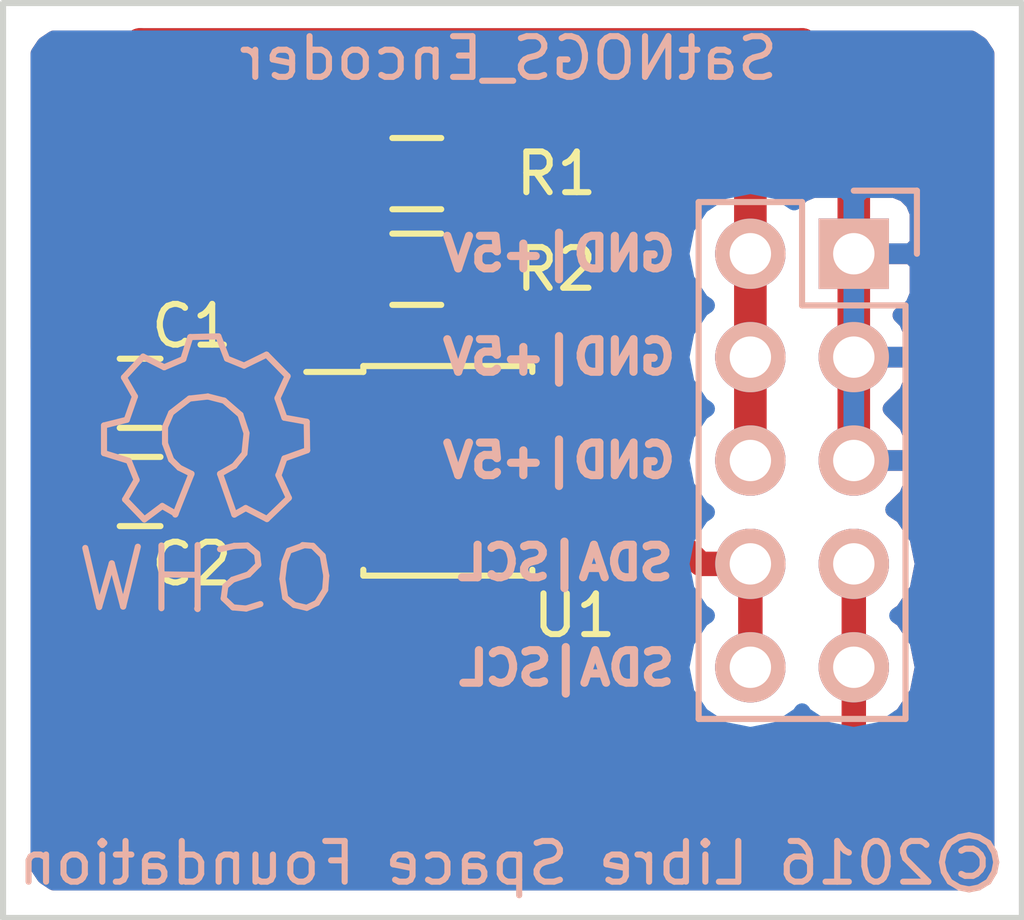
<source format=kicad_pcb>
(kicad_pcb (version 4) (host pcbnew 4.0.1-stable)

  (general
    (links 18)
    (no_connects 0)
    (area 132.830499 68.568499 157.999501 91.197501)
    (thickness 1.6)
    (drawings 9)
    (tracks 52)
    (zones 0)
    (modules 7)
    (nets 9)
  )

  (page A4)
  (layers
    (0 F.Cu signal)
    (31 B.Cu signal)
    (32 B.Adhes user)
    (33 F.Adhes user)
    (34 B.Paste user)
    (35 F.Paste user)
    (36 B.SilkS user)
    (37 F.SilkS user)
    (38 B.Mask user)
    (39 F.Mask user)
    (40 Dwgs.User user)
    (41 Cmts.User user)
    (42 Eco1.User user)
    (43 Eco2.User user)
    (44 Edge.Cuts user)
    (45 Margin user)
    (46 B.CrtYd user)
    (47 F.CrtYd user)
    (48 B.Fab user)
    (49 F.Fab user)
  )

  (setup
    (last_trace_width 0.25)
    (user_trace_width 0.3)
    (user_trace_width 0.6)
    (user_trace_width 0.8)
    (trace_clearance 0.2)
    (zone_clearance 0.6)
    (zone_45_only no)
    (trace_min 0.2)
    (segment_width 0.2)
    (edge_width 0.15)
    (via_size 0.6)
    (via_drill 0.4)
    (via_min_size 0.4)
    (via_min_drill 0.3)
    (uvia_size 0.3)
    (uvia_drill 0.1)
    (uvias_allowed no)
    (uvia_min_size 0.2)
    (uvia_min_drill 0.1)
    (pcb_text_width 0.3)
    (pcb_text_size 1.5 1.5)
    (mod_edge_width 0.15)
    (mod_text_size 1 1)
    (mod_text_width 0.15)
    (pad_size 1.524 1.524)
    (pad_drill 0.762)
    (pad_to_mask_clearance 0.2)
    (aux_axis_origin 0 0)
    (visible_elements FFFFFF7F)
    (pcbplotparams
      (layerselection 0x01030_80000001)
      (usegerberextensions false)
      (excludeedgelayer true)
      (linewidth 0.100000)
      (plotframeref false)
      (viasonmask false)
      (mode 1)
      (useauxorigin false)
      (hpglpennumber 1)
      (hpglpenspeed 20)
      (hpglpendiameter 15)
      (hpglpenoverlay 2)
      (psnegative false)
      (psa4output false)
      (plotreference true)
      (plotvalue true)
      (plotinvisibletext false)
      (padsonsilk false)
      (subtractmaskfromsilk false)
      (outputformat 1)
      (mirror false)
      (drillshape 0)
      (scaleselection 1)
      (outputdirectory gerber/))
  )

  (net 0 "")
  (net 1 GND)
  (net 2 "Net-(C2-Pad1)")
  (net 3 /SDA)
  (net 4 /SCL)
  (net 5 "Net-(U1-Pad3)")
  (net 6 "Net-(U1-Pad5)")
  (net 7 "Net-(U1-Pad8)")
  (net 8 +5V)

  (net_class Default "This is the default net class."
    (clearance 0.2)
    (trace_width 0.25)
    (via_dia 0.6)
    (via_drill 0.4)
    (uvia_dia 0.3)
    (uvia_drill 0.1)
    (add_net +5V)
    (add_net /SCL)
    (add_net /SDA)
    (add_net GND)
    (add_net "Net-(C2-Pad1)")
    (add_net "Net-(U1-Pad3)")
    (add_net "Net-(U1-Pad5)")
    (add_net "Net-(U1-Pad8)")
  )

  (module Capacitors_SMD:C_0805_HandSoldering (layer F.Cu) (tedit 56B9B650) (tstamp 56B9B22A)
    (at 136.271 78.232 180)
    (descr "Capacitor SMD 0805, hand soldering")
    (tags "capacitor 0805")
    (path /56B9AC87)
    (attr smd)
    (fp_text reference C1 (at -1.27 1.651 180) (layer F.SilkS)
      (effects (font (size 1 1) (thickness 0.15)))
    )
    (fp_text value 100n (at 0 2.1 180) (layer F.Fab) hide
      (effects (font (size 1 1) (thickness 0.15)))
    )
    (fp_line (start -2.3 -1) (end 2.3 -1) (layer F.CrtYd) (width 0.05))
    (fp_line (start -2.3 1) (end 2.3 1) (layer F.CrtYd) (width 0.05))
    (fp_line (start -2.3 -1) (end -2.3 1) (layer F.CrtYd) (width 0.05))
    (fp_line (start 2.3 -1) (end 2.3 1) (layer F.CrtYd) (width 0.05))
    (fp_line (start 0.5 -0.85) (end -0.5 -0.85) (layer F.SilkS) (width 0.15))
    (fp_line (start -0.5 0.85) (end 0.5 0.85) (layer F.SilkS) (width 0.15))
    (pad 1 smd rect (at -1.25 0 180) (size 1.5 1.25) (layers F.Cu F.Paste F.Mask)
      (net 8 +5V))
    (pad 2 smd rect (at 1.25 0 180) (size 1.5 1.25) (layers F.Cu F.Paste F.Mask)
      (net 1 GND))
    (model Capacitors_SMD.3dshapes/C_0805_HandSoldering.wrl
      (at (xyz 0 0 0))
      (scale (xyz 1 1 1))
      (rotate (xyz 0 0 0))
    )
  )

  (module Capacitors_SMD:C_0805_HandSoldering (layer F.Cu) (tedit 56B9B653) (tstamp 56B9B230)
    (at 136.271 80.645 180)
    (descr "Capacitor SMD 0805, hand soldering")
    (tags "capacitor 0805")
    (path /56B9ACF0)
    (attr smd)
    (fp_text reference C2 (at -1.27 -1.778 180) (layer F.SilkS)
      (effects (font (size 1 1) (thickness 0.15)))
    )
    (fp_text value 1u (at 0 2.1 180) (layer F.Fab) hide
      (effects (font (size 1 1) (thickness 0.15)))
    )
    (fp_line (start -2.3 -1) (end 2.3 -1) (layer F.CrtYd) (width 0.05))
    (fp_line (start -2.3 1) (end 2.3 1) (layer F.CrtYd) (width 0.05))
    (fp_line (start -2.3 -1) (end -2.3 1) (layer F.CrtYd) (width 0.05))
    (fp_line (start 2.3 -1) (end 2.3 1) (layer F.CrtYd) (width 0.05))
    (fp_line (start 0.5 -0.85) (end -0.5 -0.85) (layer F.SilkS) (width 0.15))
    (fp_line (start -0.5 0.85) (end 0.5 0.85) (layer F.SilkS) (width 0.15))
    (pad 1 smd rect (at -1.25 0 180) (size 1.5 1.25) (layers F.Cu F.Paste F.Mask)
      (net 2 "Net-(C2-Pad1)"))
    (pad 2 smd rect (at 1.25 0 180) (size 1.5 1.25) (layers F.Cu F.Paste F.Mask)
      (net 1 GND))
    (model Capacitors_SMD.3dshapes/C_0805_HandSoldering.wrl
      (at (xyz 0 0 0))
      (scale (xyz 1 1 1))
      (rotate (xyz 0 0 0))
    )
  )

  (module Housings_SOIC:SOIC-8_3.9x4.9mm_Pitch1.27mm (layer F.Cu) (tedit 56B9C0BF) (tstamp 56B9B248)
    (at 143.8275 80.137)
    (descr "8-Lead Plastic Small Outline (SN) - Narrow, 3.90 mm Body [SOIC] (see Microchip Packaging Specification 00000049BS.pdf)")
    (tags "SOIC 1.27")
    (path /56B9A895)
    (attr smd)
    (fp_text reference U1 (at 3.1115 3.556 180) (layer F.SilkS)
      (effects (font (size 1 1) (thickness 0.15)))
    )
    (fp_text value AS5601 (at 0 3.5) (layer F.Fab) hide
      (effects (font (size 1 1) (thickness 0.15)))
    )
    (fp_line (start -3.75 -2.75) (end -3.75 2.75) (layer F.CrtYd) (width 0.05))
    (fp_line (start 3.75 -2.75) (end 3.75 2.75) (layer F.CrtYd) (width 0.05))
    (fp_line (start -3.75 -2.75) (end 3.75 -2.75) (layer F.CrtYd) (width 0.05))
    (fp_line (start -3.75 2.75) (end 3.75 2.75) (layer F.CrtYd) (width 0.05))
    (fp_line (start -2.075 -2.575) (end -2.075 -2.43) (layer F.SilkS) (width 0.15))
    (fp_line (start 2.075 -2.575) (end 2.075 -2.43) (layer F.SilkS) (width 0.15))
    (fp_line (start 2.075 2.575) (end 2.075 2.43) (layer F.SilkS) (width 0.15))
    (fp_line (start -2.075 2.575) (end -2.075 2.43) (layer F.SilkS) (width 0.15))
    (fp_line (start -2.075 -2.575) (end 2.075 -2.575) (layer F.SilkS) (width 0.15))
    (fp_line (start -2.075 2.575) (end 2.075 2.575) (layer F.SilkS) (width 0.15))
    (fp_line (start -2.075 -2.43) (end -3.475 -2.43) (layer F.SilkS) (width 0.15))
    (pad 1 smd rect (at -2.7 -1.905) (size 1.55 0.6) (layers F.Cu F.Paste F.Mask)
      (net 8 +5V))
    (pad 2 smd rect (at -2.7 -0.635) (size 1.55 0.6) (layers F.Cu F.Paste F.Mask)
      (net 2 "Net-(C2-Pad1)"))
    (pad 3 smd rect (at -2.7 0.635) (size 1.55 0.6) (layers F.Cu F.Paste F.Mask)
      (net 5 "Net-(U1-Pad3)"))
    (pad 4 smd rect (at -2.7 1.905) (size 1.55 0.6) (layers F.Cu F.Paste F.Mask)
      (net 1 GND))
    (pad 5 smd rect (at 2.7 1.905) (size 1.55 0.6) (layers F.Cu F.Paste F.Mask)
      (net 6 "Net-(U1-Pad5)"))
    (pad 6 smd rect (at 2.7 0.635) (size 1.55 0.6) (layers F.Cu F.Paste F.Mask)
      (net 3 /SDA))
    (pad 7 smd rect (at 2.7 -0.635) (size 1.55 0.6) (layers F.Cu F.Paste F.Mask)
      (net 4 /SCL))
    (pad 8 smd rect (at 2.7 -1.905) (size 1.55 0.6) (layers F.Cu F.Paste F.Mask)
      (net 7 "Net-(U1-Pad8)"))
    (model Housings_SOIC.3dshapes/SOIC-8_3.9x4.9mm_Pitch1.27mm.wrl
      (at (xyz 0 0 0))
      (scale (xyz 1 1 1))
      (rotate (xyz 0 0 0))
    )
  )

  (module Pin_Headers:Pin_Header_Straight_2x05 (layer B.Cu) (tedit 56C30CB5) (tstamp 56B9B23C)
    (at 153.797 74.803 180)
    (descr "Through hole pin header")
    (tags "pin header")
    (path /56B9CF83)
    (fp_text reference P1 (at -0.8255 2.4765 180) (layer B.SilkS) hide
      (effects (font (size 1 1) (thickness 0.15)) (justify mirror))
    )
    (fp_text value CONN_02X05 (at 0 3.1 180) (layer B.Fab) hide
      (effects (font (size 1 1) (thickness 0.15)) (justify mirror))
    )
    (fp_line (start -1.75 1.75) (end -1.75 -11.95) (layer B.CrtYd) (width 0.05))
    (fp_line (start 4.3 1.75) (end 4.3 -11.95) (layer B.CrtYd) (width 0.05))
    (fp_line (start -1.75 1.75) (end 4.3 1.75) (layer B.CrtYd) (width 0.05))
    (fp_line (start -1.75 -11.95) (end 4.3 -11.95) (layer B.CrtYd) (width 0.05))
    (fp_line (start 3.81 1.27) (end 3.81 -11.43) (layer B.SilkS) (width 0.15))
    (fp_line (start 3.81 -11.43) (end -1.27 -11.43) (layer B.SilkS) (width 0.15))
    (fp_line (start -1.27 -11.43) (end -1.27 -1.27) (layer B.SilkS) (width 0.15))
    (fp_line (start 3.81 1.27) (end 1.27 1.27) (layer B.SilkS) (width 0.15))
    (fp_line (start 0 1.55) (end -1.55 1.55) (layer B.SilkS) (width 0.15))
    (fp_line (start 1.27 1.27) (end 1.27 -1.27) (layer B.SilkS) (width 0.15))
    (fp_line (start 1.27 -1.27) (end -1.27 -1.27) (layer B.SilkS) (width 0.15))
    (fp_line (start -1.55 1.55) (end -1.55 0) (layer B.SilkS) (width 0.15))
    (pad 1 thru_hole rect (at 0 0 180) (size 1.7272 1.7272) (drill 1.016) (layers *.Cu *.Mask B.SilkS)
      (net 1 GND))
    (pad 2 thru_hole oval (at 2.54 0 180) (size 1.7272 1.7272) (drill 1.016) (layers *.Cu *.Mask B.SilkS)
      (net 8 +5V))
    (pad 3 thru_hole oval (at 0 -2.54 180) (size 1.7272 1.7272) (drill 1.016) (layers *.Cu *.Mask B.SilkS)
      (net 1 GND))
    (pad 4 thru_hole oval (at 2.54 -2.54 180) (size 1.7272 1.7272) (drill 1.016) (layers *.Cu *.Mask B.SilkS)
      (net 8 +5V))
    (pad 5 thru_hole oval (at 0 -5.08 180) (size 1.7272 1.7272) (drill 1.016) (layers *.Cu *.Mask B.SilkS)
      (net 1 GND))
    (pad 6 thru_hole oval (at 2.54 -5.08 180) (size 1.7272 1.7272) (drill 1.016) (layers *.Cu *.Mask B.SilkS)
      (net 8 +5V))
    (pad 7 thru_hole oval (at 0 -7.62 180) (size 1.7272 1.7272) (drill 1.016) (layers *.Cu *.Mask B.SilkS)
      (net 3 /SDA))
    (pad 8 thru_hole oval (at 2.54 -7.62 180) (size 1.7272 1.7272) (drill 1.016) (layers *.Cu *.Mask B.SilkS)
      (net 4 /SCL))
    (pad 9 thru_hole oval (at 0 -10.16 180) (size 1.7272 1.7272) (drill 1.016) (layers *.Cu *.Mask B.SilkS)
      (net 3 /SDA))
    (pad 10 thru_hole oval (at 2.54 -10.16 180) (size 1.7272 1.7272) (drill 1.016) (layers *.Cu *.Mask B.SilkS)
      (net 4 /SCL))
    (model Pin_Headers.3dshapes/Pin_Header_Straight_2x05.wrl
      (at (xyz 0.05 -0.2 0))
      (scale (xyz 1 1 1))
      (rotate (xyz 0 0 90))
    )
  )

  (module Resistors_SMD:R_0805_HandSoldering (layer F.Cu) (tedit 56B9C9F7) (tstamp 56B9C9ED)
    (at 143.0655 72.8345)
    (descr "Resistor SMD 0805, hand soldering")
    (tags "resistor 0805")
    (path /56B9DE8B)
    (attr smd)
    (fp_text reference R1 (at 3.429 0) (layer F.SilkS)
      (effects (font (size 1 1) (thickness 0.15)))
    )
    (fp_text value 4k7 (at 0 2.1) (layer F.Fab) hide
      (effects (font (size 1 1) (thickness 0.15)))
    )
    (fp_line (start -2.4 -1) (end 2.4 -1) (layer F.CrtYd) (width 0.05))
    (fp_line (start -2.4 1) (end 2.4 1) (layer F.CrtYd) (width 0.05))
    (fp_line (start -2.4 -1) (end -2.4 1) (layer F.CrtYd) (width 0.05))
    (fp_line (start 2.4 -1) (end 2.4 1) (layer F.CrtYd) (width 0.05))
    (fp_line (start 0.6 0.875) (end -0.6 0.875) (layer F.SilkS) (width 0.15))
    (fp_line (start -0.6 -0.875) (end 0.6 -0.875) (layer F.SilkS) (width 0.15))
    (pad 1 smd rect (at -1.35 0) (size 1.5 1.3) (layers F.Cu F.Paste F.Mask)
      (net 8 +5V))
    (pad 2 smd rect (at 1.35 0) (size 1.5 1.3) (layers F.Cu F.Paste F.Mask)
      (net 4 /SCL))
    (model Resistors_SMD.3dshapes/R_0805_HandSoldering.wrl
      (at (xyz 0 0 0))
      (scale (xyz 1 1 1))
      (rotate (xyz 0 0 0))
    )
  )

  (module Resistors_SMD:R_0805_HandSoldering (layer F.Cu) (tedit 56B9C9F9) (tstamp 56B9C9F3)
    (at 143.0655 75.184)
    (descr "Resistor SMD 0805, hand soldering")
    (tags "resistor 0805")
    (path /56B9DECB)
    (attr smd)
    (fp_text reference R2 (at 3.429 0) (layer F.SilkS)
      (effects (font (size 1 1) (thickness 0.15)))
    )
    (fp_text value 4k7 (at 0 2.1) (layer F.Fab) hide
      (effects (font (size 1 1) (thickness 0.15)))
    )
    (fp_line (start -2.4 -1) (end 2.4 -1) (layer F.CrtYd) (width 0.05))
    (fp_line (start -2.4 1) (end 2.4 1) (layer F.CrtYd) (width 0.05))
    (fp_line (start -2.4 -1) (end -2.4 1) (layer F.CrtYd) (width 0.05))
    (fp_line (start 2.4 -1) (end 2.4 1) (layer F.CrtYd) (width 0.05))
    (fp_line (start 0.6 0.875) (end -0.6 0.875) (layer F.SilkS) (width 0.15))
    (fp_line (start -0.6 -0.875) (end 0.6 -0.875) (layer F.SilkS) (width 0.15))
    (pad 1 smd rect (at -1.35 0) (size 1.5 1.3) (layers F.Cu F.Paste F.Mask)
      (net 8 +5V))
    (pad 2 smd rect (at 1.35 0) (size 1.5 1.3) (layers F.Cu F.Paste F.Mask)
      (net 3 /SDA))
    (model Resistors_SMD.3dshapes/R_0805_HandSoldering.wrl
      (at (xyz 0 0 0))
      (scale (xyz 1 1 1))
      (rotate (xyz 0 0 0))
    )
  )

  (module Symbols:Symbol_OSHW-Logo_SilkScreen (layer B.Cu) (tedit 56B9D12B) (tstamp 56B9D097)
    (at 137.8839 79.3115 180)
    (descr "Symbol, OSHW-Logo, Silk Screen,")
    (tags "Symbol, OSHW-Logo, Silk Screen,")
    (fp_text reference SatNOGS_Encoder (at -7.4295 9.3091 180) (layer B.SilkS)
      (effects (font (size 1 1) (thickness 0.15)) (justify mirror))
    )
    (fp_text value "©2016 Libre Space Foundation" (at -7.5057 -10.4648 180) (layer B.SilkS)
      (effects (font (size 1 1) (thickness 0.15)) (justify mirror))
    )
    (fp_line (start 1.66878 -2.68986) (end 2.02946 -4.16052) (layer B.SilkS) (width 0.15))
    (fp_line (start 2.02946 -4.16052) (end 2.30886 -3.0988) (layer B.SilkS) (width 0.15))
    (fp_line (start 2.30886 -3.0988) (end 2.61874 -4.17068) (layer B.SilkS) (width 0.15))
    (fp_line (start 2.61874 -4.17068) (end 2.9591 -2.72034) (layer B.SilkS) (width 0.15))
    (fp_line (start 0.24892 -3.38074) (end 1.03886 -3.37058) (layer B.SilkS) (width 0.15))
    (fp_line (start 1.03886 -3.37058) (end 1.04902 -3.38074) (layer B.SilkS) (width 0.15))
    (fp_line (start 1.04902 -3.38074) (end 1.04902 -3.37058) (layer B.SilkS) (width 0.15))
    (fp_line (start 1.08966 -2.65938) (end 1.08966 -4.20116) (layer B.SilkS) (width 0.15))
    (fp_line (start 0.20066 -2.64922) (end 0.20066 -4.21894) (layer B.SilkS) (width 0.15))
    (fp_line (start 0.20066 -4.21894) (end 0.21082 -4.20878) (layer B.SilkS) (width 0.15))
    (fp_line (start -0.35052 -2.75082) (end -0.70104 -2.66954) (layer B.SilkS) (width 0.15))
    (fp_line (start -0.70104 -2.66954) (end -1.02108 -2.65938) (layer B.SilkS) (width 0.15))
    (fp_line (start -1.02108 -2.65938) (end -1.25984 -2.86004) (layer B.SilkS) (width 0.15))
    (fp_line (start -1.25984 -2.86004) (end -1.29032 -3.12928) (layer B.SilkS) (width 0.15))
    (fp_line (start -1.29032 -3.12928) (end -1.04902 -3.37058) (layer B.SilkS) (width 0.15))
    (fp_line (start -1.04902 -3.37058) (end -0.6604 -3.50012) (layer B.SilkS) (width 0.15))
    (fp_line (start -0.6604 -3.50012) (end -0.48006 -3.66014) (layer B.SilkS) (width 0.15))
    (fp_line (start -0.48006 -3.66014) (end -0.43942 -3.95986) (layer B.SilkS) (width 0.15))
    (fp_line (start -0.43942 -3.95986) (end -0.67056 -4.18084) (layer B.SilkS) (width 0.15))
    (fp_line (start -0.67056 -4.18084) (end -0.9906 -4.20878) (layer B.SilkS) (width 0.15))
    (fp_line (start -0.9906 -4.20878) (end -1.34112 -4.09956) (layer B.SilkS) (width 0.15))
    (fp_line (start -2.37998 -2.64922) (end -2.6289 -2.66954) (layer B.SilkS) (width 0.15))
    (fp_line (start -2.6289 -2.66954) (end -2.8702 -2.91084) (layer B.SilkS) (width 0.15))
    (fp_line (start -2.8702 -2.91084) (end -2.9591 -3.40106) (layer B.SilkS) (width 0.15))
    (fp_line (start -2.9591 -3.40106) (end -2.93116 -3.74904) (layer B.SilkS) (width 0.15))
    (fp_line (start -2.93116 -3.74904) (end -2.7305 -4.06908) (layer B.SilkS) (width 0.15))
    (fp_line (start -2.7305 -4.06908) (end -2.47904 -4.191) (layer B.SilkS) (width 0.15))
    (fp_line (start -2.47904 -4.191) (end -2.16916 -4.11988) (layer B.SilkS) (width 0.15))
    (fp_line (start -2.16916 -4.11988) (end -1.95072 -3.93954) (layer B.SilkS) (width 0.15))
    (fp_line (start -1.95072 -3.93954) (end -1.8796 -3.4798) (layer B.SilkS) (width 0.15))
    (fp_line (start -1.8796 -3.4798) (end -1.9304 -3.07086) (layer B.SilkS) (width 0.15))
    (fp_line (start -1.9304 -3.07086) (end -2.03962 -2.78892) (layer B.SilkS) (width 0.15))
    (fp_line (start -2.03962 -2.78892) (end -2.4003 -2.65938) (layer B.SilkS) (width 0.15))
    (fp_line (start -1.78054 -0.92964) (end -2.03962 -1.49098) (layer B.SilkS) (width 0.15))
    (fp_line (start -2.03962 -1.49098) (end -1.50114 -2.00914) (layer B.SilkS) (width 0.15))
    (fp_line (start -1.50114 -2.00914) (end -0.98044 -1.7399) (layer B.SilkS) (width 0.15))
    (fp_line (start -0.98044 -1.7399) (end -0.70104 -1.89992) (layer B.SilkS) (width 0.15))
    (fp_line (start 0.73914 -1.8796) (end 1.06934 -1.6891) (layer B.SilkS) (width 0.15))
    (fp_line (start 1.06934 -1.6891) (end 1.50876 -2.0193) (layer B.SilkS) (width 0.15))
    (fp_line (start 1.50876 -2.0193) (end 1.9812 -1.52908) (layer B.SilkS) (width 0.15))
    (fp_line (start 1.9812 -1.52908) (end 1.69926 -1.04902) (layer B.SilkS) (width 0.15))
    (fp_line (start 1.69926 -1.04902) (end 1.88976 -0.57912) (layer B.SilkS) (width 0.15))
    (fp_line (start 1.88976 -0.57912) (end 2.49936 -0.39116) (layer B.SilkS) (width 0.15))
    (fp_line (start 2.49936 -0.39116) (end 2.49936 0.28956) (layer B.SilkS) (width 0.15))
    (fp_line (start 2.49936 0.28956) (end 1.94056 0.42926) (layer B.SilkS) (width 0.15))
    (fp_line (start 1.94056 0.42926) (end 1.7399 1.00076) (layer B.SilkS) (width 0.15))
    (fp_line (start 1.7399 1.00076) (end 2.00914 1.47066) (layer B.SilkS) (width 0.15))
    (fp_line (start 2.00914 1.47066) (end 1.53924 1.9812) (layer B.SilkS) (width 0.15))
    (fp_line (start 1.53924 1.9812) (end 1.02108 1.71958) (layer B.SilkS) (width 0.15))
    (fp_line (start 1.02108 1.71958) (end 0.55118 1.92024) (layer B.SilkS) (width 0.15))
    (fp_line (start 0.55118 1.92024) (end 0.381 2.46126) (layer B.SilkS) (width 0.15))
    (fp_line (start 0.381 2.46126) (end -0.30988 2.47904) (layer B.SilkS) (width 0.15))
    (fp_line (start -0.30988 2.47904) (end -0.5207 1.9304) (layer B.SilkS) (width 0.15))
    (fp_line (start -0.5207 1.9304) (end -0.9398 1.76022) (layer B.SilkS) (width 0.15))
    (fp_line (start -0.9398 1.76022) (end -1.49098 2.02946) (layer B.SilkS) (width 0.15))
    (fp_line (start -1.49098 2.02946) (end -2.00914 1.50114) (layer B.SilkS) (width 0.15))
    (fp_line (start -2.00914 1.50114) (end -1.76022 0.96012) (layer B.SilkS) (width 0.15))
    (fp_line (start -1.76022 0.96012) (end -1.9304 0.48006) (layer B.SilkS) (width 0.15))
    (fp_line (start -1.9304 0.48006) (end -2.47904 0.381) (layer B.SilkS) (width 0.15))
    (fp_line (start -2.47904 0.381) (end -2.4892 -0.32004) (layer B.SilkS) (width 0.15))
    (fp_line (start -2.4892 -0.32004) (end -1.9304 -0.5207) (layer B.SilkS) (width 0.15))
    (fp_line (start -1.9304 -0.5207) (end -1.7907 -0.91948) (layer B.SilkS) (width 0.15))
    (fp_line (start 0.35052 -0.89916) (end 0.65024 -0.7493) (layer B.SilkS) (width 0.15))
    (fp_line (start 0.65024 -0.7493) (end 0.8509 -0.55118) (layer B.SilkS) (width 0.15))
    (fp_line (start 0.8509 -0.55118) (end 1.00076 -0.14986) (layer B.SilkS) (width 0.15))
    (fp_line (start 1.00076 -0.14986) (end 1.00076 0.24892) (layer B.SilkS) (width 0.15))
    (fp_line (start 1.00076 0.24892) (end 0.8509 0.59944) (layer B.SilkS) (width 0.15))
    (fp_line (start 0.8509 0.59944) (end 0.39878 0.94996) (layer B.SilkS) (width 0.15))
    (fp_line (start 0.39878 0.94996) (end -0.0508 1.00076) (layer B.SilkS) (width 0.15))
    (fp_line (start -0.0508 1.00076) (end -0.44958 0.89916) (layer B.SilkS) (width 0.15))
    (fp_line (start -0.44958 0.89916) (end -0.8509 0.55118) (layer B.SilkS) (width 0.15))
    (fp_line (start -0.8509 0.55118) (end -1.00076 0.09906) (layer B.SilkS) (width 0.15))
    (fp_line (start -1.00076 0.09906) (end -0.94996 -0.39878) (layer B.SilkS) (width 0.15))
    (fp_line (start -0.94996 -0.39878) (end -0.70104 -0.70104) (layer B.SilkS) (width 0.15))
    (fp_line (start -0.70104 -0.70104) (end -0.35052 -0.89916) (layer B.SilkS) (width 0.15))
    (fp_line (start -0.35052 -0.89916) (end -0.70104 -1.89992) (layer B.SilkS) (width 0.15))
    (fp_line (start 0.35052 -0.89916) (end 0.7493 -1.89992) (layer B.SilkS) (width 0.15))
  )

  (gr_text "SDA|SCL\n" (at 146.7104 82.39252) (layer B.SilkS) (tstamp 56C30C4D)
    (effects (font (size 0.8 0.8) (thickness 0.2)) (justify mirror))
  )
  (gr_text "GND|+5V\n" (at 146.558 74.803) (layer B.SilkS) (tstamp 56B9D02C)
    (effects (font (size 0.8 0.8) (thickness 0.2)) (justify mirror))
  )
  (gr_text "GND|+5V\n" (at 146.558 77.343) (layer B.SilkS) (tstamp 56B9D01D)
    (effects (font (size 0.8 0.8) (thickness 0.2)) (justify mirror))
  )
  (gr_text "GND|+5V\n" (at 146.558 79.883) (layer B.SilkS) (tstamp 56B9CFC4)
    (effects (font (size 0.8 0.8) (thickness 0.2)) (justify mirror))
  )
  (gr_text "SDA|SCL\n" (at 146.74342 84.98332) (layer B.SilkS) (tstamp 56B9CECD)
    (effects (font (size 0.8 0.8) (thickness 0.2)) (justify mirror))
  )
  (gr_line (start 157.9245 91.1225) (end 157.9245 68.6435) (layer Edge.Cuts) (width 0.15))
  (gr_line (start 132.9055 91.1225) (end 157.9245 91.1225) (layer Edge.Cuts) (width 0.15))
  (gr_line (start 132.9055 68.6435) (end 132.9055 91.1225) (layer Edge.Cuts) (width 0.15))
  (gr_line (start 132.9055 68.6435) (end 157.9245 68.6435) (layer Edge.Cuts) (width 0.15))

  (segment (start 135.021 78.232) (end 135.021 70.9095) (width 0.8) (layer F.Cu) (net 1))
  (segment (start 135.021 70.9095) (end 136.271 69.6595) (width 0.8) (layer F.Cu) (net 1))
  (segment (start 136.271 69.6595) (end 152.527 69.6595) (width 0.8) (layer F.Cu) (net 1))
  (segment (start 152.527 69.6595) (end 153.797 70.9295) (width 0.8) (layer F.Cu) (net 1))
  (segment (start 153.797 70.9295) (end 153.797 74.803) (width 0.8) (layer F.Cu) (net 1))
  (segment (start 153.797 77.343) (end 153.797 74.803) (width 0.8) (layer F.Cu) (net 1))
  (segment (start 153.797 79.883) (end 153.797 77.343) (width 0.8) (layer F.Cu) (net 1))
  (segment (start 135.021 82.251) (end 135.021 80.645) (width 0.6) (layer F.Cu) (net 1))
  (segment (start 135.021 80.645) (end 135.021 78.232) (width 0.6) (layer F.Cu) (net 1))
  (segment (start 138.8745 82.8675) (end 139.7 82.042) (width 0.6) (layer F.Cu) (net 1))
  (segment (start 139.7 82.042) (end 141.1275 82.042) (width 0.6) (layer F.Cu) (net 1))
  (segment (start 135.6375 82.8675) (end 138.8745 82.8675) (width 0.6) (layer F.Cu) (net 1))
  (segment (start 135.021 82.251) (end 135.6375 82.8675) (width 0.6) (layer F.Cu) (net 1))
  (segment (start 140.014 79.502) (end 141.1275 79.502) (width 0.6) (layer F.Cu) (net 2))
  (segment (start 137.521 80.645) (end 138.871 80.645) (width 0.6) (layer F.Cu) (net 2))
  (segment (start 138.871 80.645) (end 140.014 79.502) (width 0.6) (layer F.Cu) (net 2))
  (segment (start 146.5275 80.772) (end 147.9025 80.772) (width 0.6) (layer F.Cu) (net 3))
  (segment (start 153.797 86.741) (end 153.797 84.963) (width 0.6) (layer F.Cu) (net 3))
  (segment (start 147.9025 80.772) (end 148.2725 81.142) (width 0.6) (layer F.Cu) (net 3))
  (segment (start 148.2725 81.142) (end 148.2725 86.7283) (width 0.6) (layer F.Cu) (net 3))
  (segment (start 148.2725 86.7283) (end 148.844 87.2998) (width 0.6) (layer F.Cu) (net 3))
  (segment (start 148.844 87.2998) (end 153.2382 87.2998) (width 0.6) (layer F.Cu) (net 3))
  (segment (start 153.2382 87.2998) (end 153.797 86.741) (width 0.6) (layer F.Cu) (net 3))
  (segment (start 153.797 84.963) (end 153.797 82.423) (width 0.6) (layer F.Cu) (net 3))
  (segment (start 146.5275 80.772) (end 145.288 80.772) (width 0.6) (layer F.Cu) (net 3))
  (segment (start 145.288 80.772) (end 144.4155 79.8995) (width 0.6) (layer F.Cu) (net 3))
  (segment (start 144.4155 79.8995) (end 144.4155 75.184) (width 0.6) (layer F.Cu) (net 3))
  (segment (start 151.257 84.963) (end 151.257 82.423) (width 0.6) (layer F.Cu) (net 4))
  (segment (start 151.257 82.423) (end 150.035686 82.423) (width 0.6) (layer F.Cu) (net 4))
  (segment (start 150.035686 82.423) (end 149.352 81.739314) (width 0.6) (layer F.Cu) (net 4))
  (segment (start 144.4155 72.8345) (end 147.0025 72.8345) (width 0.6) (layer F.Cu) (net 4))
  (segment (start 147.0025 72.8345) (end 149.352 75.184) (width 0.6) (layer F.Cu) (net 4))
  (segment (start 149.352 75.184) (end 149.352 79.121) (width 0.6) (layer F.Cu) (net 4))
  (segment (start 149.352 79.121) (end 149.352 79.9465) (width 0.6) (layer F.Cu) (net 4))
  (segment (start 148.9075 79.502) (end 148.971 79.502) (width 0.6) (layer F.Cu) (net 4))
  (segment (start 148.971 79.502) (end 149.352 79.121) (width 0.6) (layer F.Cu) (net 4))
  (segment (start 149.352 79.9465) (end 148.9075 79.502) (width 0.6) (layer F.Cu) (net 4))
  (segment (start 148.9075 79.502) (end 147.9025 79.502) (width 0.6) (layer F.Cu) (net 4))
  (segment (start 149.352 81.739314) (end 149.352 79.9465) (width 0.6) (layer F.Cu) (net 4))
  (segment (start 146.5275 79.502) (end 147.9025 79.502) (width 0.6) (layer F.Cu) (net 4))
  (segment (start 141.74216 70.866) (end 150.1775 70.866) (width 0.8) (layer F.Cu) (net 8))
  (segment (start 138.684 70.866) (end 141.74216 70.866) (width 0.8) (layer F.Cu) (net 8))
  (segment (start 141.7155 70.89266) (end 141.7155 72.8345) (width 0.8) (layer F.Cu) (net 8))
  (segment (start 141.74216 70.866) (end 141.7155 70.89266) (width 0.8) (layer F.Cu) (net 8))
  (segment (start 137.521 78.232) (end 137.521 72.029) (width 0.8) (layer F.Cu) (net 8))
  (segment (start 137.521 72.029) (end 138.684 70.866) (width 0.8) (layer F.Cu) (net 8))
  (segment (start 150.1775 70.866) (end 151.257 71.9455) (width 0.8) (layer F.Cu) (net 8))
  (segment (start 151.257 71.9455) (end 151.257 74.803) (width 0.8) (layer F.Cu) (net 8))
  (segment (start 141.7155 75.184) (end 141.7155 72.8345) (width 0.8) (layer F.Cu) (net 8))
  (segment (start 151.257 77.343) (end 151.257 74.803) (width 0.8) (layer F.Cu) (net 8))
  (segment (start 151.257 79.883) (end 151.257 77.343) (width 0.8) (layer F.Cu) (net 8))
  (segment (start 137.521 78.232) (end 141.1275 78.232) (width 0.6) (layer F.Cu) (net 8))

  (zone (net 1) (net_name GND) (layer F.Cu) (tstamp 0) (hatch edge 0.508)
    (connect_pads (clearance 0.6))
    (min_thickness 0.4)
    (fill yes (arc_segments 16) (thermal_gap 0.508) (thermal_bridge_width 0.508) (smoothing fillet) (radius 3))
    (polygon
      (pts
        (xy 132.9055 68.6435) (xy 157.9245 68.6435) (xy 157.9245 91.1225) (xy 132.9055 91.1225)
      )
    )
    (filled_polygon
      (pts
        (xy 156.901628 69.666372) (xy 157.0495 69.887678) (xy 157.0495 89.878322) (xy 156.901628 90.099628) (xy 156.680322 90.2475)
        (xy 134.149678 90.2475) (xy 133.928372 90.099628) (xy 133.7805 89.878322) (xy 133.7805 82.273) (xy 139.6445 82.273)
        (xy 139.6445 82.48283) (xy 139.752287 82.74305) (xy 139.95145 82.942213) (xy 140.21167 83.05) (xy 140.8965 83.05)
        (xy 141.0735 82.873) (xy 141.0735 82.096) (xy 141.1815 82.096) (xy 141.1815 82.873) (xy 141.3585 83.05)
        (xy 142.04333 83.05) (xy 142.30355 82.942213) (xy 142.502713 82.74305) (xy 142.6105 82.48283) (xy 142.6105 82.273)
        (xy 142.4335 82.096) (xy 141.1815 82.096) (xy 141.0735 82.096) (xy 139.8215 82.096) (xy 139.6445 82.273)
        (xy 133.7805 82.273) (xy 133.7805 81.780763) (xy 133.86995 81.870213) (xy 134.13017 81.978) (xy 134.79 81.978)
        (xy 134.967 81.801) (xy 134.967 80.699) (xy 134.947 80.699) (xy 134.947 80.591) (xy 134.967 80.591)
        (xy 134.967 79.489) (xy 134.9165 79.4385) (xy 134.967 79.388) (xy 134.967 78.286) (xy 134.947 78.286)
        (xy 134.947 78.178) (xy 134.967 78.178) (xy 134.967 77.076) (xy 135.075 77.076) (xy 135.075 78.178)
        (xy 135.095 78.178) (xy 135.095 78.286) (xy 135.075 78.286) (xy 135.075 79.388) (xy 135.1255 79.4385)
        (xy 135.075 79.489) (xy 135.075 80.591) (xy 135.095 80.591) (xy 135.095 80.699) (xy 135.075 80.699)
        (xy 135.075 81.801) (xy 135.252 81.978) (xy 135.91183 81.978) (xy 136.17205 81.870213) (xy 136.196538 81.845725)
        (xy 136.453658 82.021409) (xy 136.771 82.085672) (xy 138.271 82.085672) (xy 138.567462 82.029889) (xy 138.839744 81.85468)
        (xy 138.921557 81.734944) (xy 139.291952 81.661267) (xy 139.633971 81.432737) (xy 139.682822 81.508653) (xy 139.6445 81.60117)
        (xy 139.6445 81.811) (xy 139.8215 81.988) (xy 141.0735 81.988) (xy 141.0735 81.968) (xy 141.1815 81.968)
        (xy 141.1815 81.988) (xy 142.4335 81.988) (xy 142.6105 81.811) (xy 142.6105 81.60117) (xy 142.572257 81.508843)
        (xy 142.653909 81.389342) (xy 142.718172 81.072) (xy 142.718172 80.472) (xy 142.662389 80.175538) (xy 142.639653 80.140206)
        (xy 142.653909 80.119342) (xy 142.718172 79.802) (xy 142.718172 79.202) (xy 142.662389 78.905538) (xy 142.639653 78.870206)
        (xy 142.653909 78.849342) (xy 142.718172 78.532) (xy 142.718172 77.932) (xy 142.662389 77.635538) (xy 142.48718 77.363256)
        (xy 142.219842 77.180591) (xy 141.9025 77.116328) (xy 140.3525 77.116328) (xy 140.26921 77.132) (xy 138.916003 77.132)
        (xy 138.85568 77.038256) (xy 138.721 76.946233) (xy 138.721 72.526056) (xy 139.181056 72.066) (xy 140.173825 72.066)
        (xy 140.149828 72.1845) (xy 140.149828 73.4845) (xy 140.205611 73.780962) (xy 140.35411 74.011735) (xy 140.214091 74.216658)
        (xy 140.149828 74.534) (xy 140.149828 75.834) (xy 140.205611 76.130462) (xy 140.38082 76.402744) (xy 140.648158 76.585409)
        (xy 140.9655 76.649672) (xy 142.4655 76.649672) (xy 142.761962 76.593889) (xy 143.034244 76.41868) (xy 143.063511 76.375846)
        (xy 143.08082 76.402744) (xy 143.3155 76.563095) (xy 143.3155 79.8995) (xy 143.399233 80.320452) (xy 143.612291 80.639315)
        (xy 143.637683 80.677317) (xy 144.510182 81.549817) (xy 144.802293 81.744999) (xy 144.867048 81.788267) (xy 144.936828 81.802147)
        (xy 144.936828 82.342) (xy 144.992611 82.638462) (xy 145.16782 82.910744) (xy 145.435158 83.093409) (xy 145.7525 83.157672)
        (xy 147.1725 83.157672) (xy 147.1725 86.7283) (xy 147.256233 87.149252) (xy 147.494683 87.506117) (xy 148.066183 88.077617)
        (xy 148.423048 88.316067) (xy 148.844 88.3998) (xy 153.2382 88.3998) (xy 153.659152 88.316067) (xy 154.016017 88.077617)
        (xy 154.574818 87.518817) (xy 154.813268 87.161951) (xy 154.897 86.741) (xy 154.897 86.212131) (xy 155.005935 86.139343)
        (xy 155.366558 85.599632) (xy 155.493192 84.963) (xy 155.366558 84.326368) (xy 155.005935 83.786657) (xy 154.897 83.713869)
        (xy 154.897 83.672131) (xy 155.005935 83.599343) (xy 155.366558 83.059632) (xy 155.493192 82.423) (xy 155.366558 81.786368)
        (xy 155.005935 81.246657) (xy 154.769851 81.088911) (xy 155.099445 80.762534) (xy 155.336885 80.197159) (xy 155.339887 80.182042)
        (xy 155.190554 79.937) (xy 153.851 79.937) (xy 153.851 79.957) (xy 153.743 79.957) (xy 153.743 79.937)
        (xy 153.723 79.937) (xy 153.723 79.829) (xy 153.743 79.829) (xy 153.743 77.397) (xy 153.851 77.397)
        (xy 153.851 79.829) (xy 155.190554 79.829) (xy 155.339887 79.583958) (xy 155.336885 79.568841) (xy 155.099445 79.003466)
        (xy 154.70513 78.613) (xy 155.099445 78.222534) (xy 155.336885 77.657159) (xy 155.339887 77.642042) (xy 155.190554 77.397)
        (xy 153.851 77.397) (xy 153.743 77.397) (xy 153.723 77.397) (xy 153.723 77.289) (xy 153.743 77.289)
        (xy 153.743 74.857) (xy 153.851 74.857) (xy 153.851 77.289) (xy 155.190554 77.289) (xy 155.339887 77.043958)
        (xy 155.336885 77.028841) (xy 155.099445 76.463466) (xy 154.948277 76.313774) (xy 155.06165 76.266813) (xy 155.260813 76.06765)
        (xy 155.3686 75.80743) (xy 155.3686 75.034) (xy 155.1916 74.857) (xy 153.851 74.857) (xy 153.743 74.857)
        (xy 153.723 74.857) (xy 153.723 74.749) (xy 153.743 74.749) (xy 153.743 73.4084) (xy 153.851 73.4084)
        (xy 153.851 74.749) (xy 155.1916 74.749) (xy 155.3686 74.572) (xy 155.3686 73.79857) (xy 155.260813 73.53835)
        (xy 155.06165 73.339187) (xy 154.80143 73.2314) (xy 154.028 73.2314) (xy 153.851 73.4084) (xy 153.743 73.4084)
        (xy 153.566 73.2314) (xy 152.79257 73.2314) (xy 152.53235 73.339187) (xy 152.457 73.414537) (xy 152.457 71.9455)
        (xy 152.365655 71.48628) (xy 152.105528 71.096972) (xy 151.026028 70.017472) (xy 150.63672 69.757345) (xy 150.1775 69.666)
        (xy 138.684 69.666) (xy 138.22478 69.757345) (xy 137.835472 70.017472) (xy 136.672472 71.180472) (xy 136.412345 71.56978)
        (xy 136.321 72.029) (xy 136.321 76.94591) (xy 136.202256 77.02232) (xy 136.1963 77.031037) (xy 136.17205 77.006787)
        (xy 135.91183 76.899) (xy 135.252 76.899) (xy 135.075 77.076) (xy 134.967 77.076) (xy 134.79 76.899)
        (xy 134.13017 76.899) (xy 133.86995 77.006787) (xy 133.7805 77.096237) (xy 133.7805 69.887678) (xy 133.928372 69.666372)
        (xy 134.149678 69.5185) (xy 156.680322 69.5185)
      )
    )
  )
  (zone (net 1) (net_name GND) (layer B.Cu) (tstamp 0) (hatch edge 0.508)
    (connect_pads (clearance 0.6))
    (min_thickness 0.4)
    (fill yes (arc_segments 16) (thermal_gap 0.508) (thermal_bridge_width 0.508) (smoothing fillet) (radius 3))
    (polygon
      (pts
        (xy 132.9055 68.6435) (xy 157.9245 68.6435) (xy 157.9245 91.1225) (xy 132.9055 91.1225)
      )
    )
    (filled_polygon
      (pts
        (xy 156.901628 69.666372) (xy 157.0495 69.887678) (xy 157.0495 89.878322) (xy 156.901628 90.099628) (xy 156.680322 90.2475)
        (xy 134.149678 90.2475) (xy 133.928372 90.099628) (xy 133.7805 89.878322) (xy 133.7805 74.803) (xy 149.560808 74.803)
        (xy 149.687442 75.439632) (xy 150.048065 75.979343) (xy 150.188233 76.073) (xy 150.048065 76.166657) (xy 149.687442 76.706368)
        (xy 149.560808 77.343) (xy 149.687442 77.979632) (xy 150.048065 78.519343) (xy 150.188233 78.613) (xy 150.048065 78.706657)
        (xy 149.687442 79.246368) (xy 149.560808 79.883) (xy 149.687442 80.519632) (xy 150.048065 81.059343) (xy 150.188233 81.153)
        (xy 150.048065 81.246657) (xy 149.687442 81.786368) (xy 149.560808 82.423) (xy 149.687442 83.059632) (xy 150.048065 83.599343)
        (xy 150.188233 83.693) (xy 150.048065 83.786657) (xy 149.687442 84.326368) (xy 149.560808 84.963) (xy 149.687442 85.599632)
        (xy 150.048065 86.139343) (xy 150.587776 86.499966) (xy 151.224408 86.6266) (xy 151.289592 86.6266) (xy 151.926224 86.499966)
        (xy 152.465935 86.139343) (xy 152.527 86.047953) (xy 152.588065 86.139343) (xy 153.127776 86.499966) (xy 153.764408 86.6266)
        (xy 153.829592 86.6266) (xy 154.466224 86.499966) (xy 155.005935 86.139343) (xy 155.366558 85.599632) (xy 155.493192 84.963)
        (xy 155.366558 84.326368) (xy 155.005935 83.786657) (xy 154.865767 83.693) (xy 155.005935 83.599343) (xy 155.366558 83.059632)
        (xy 155.493192 82.423) (xy 155.366558 81.786368) (xy 155.005935 81.246657) (xy 154.769851 81.088911) (xy 155.099445 80.762534)
        (xy 155.336885 80.197159) (xy 155.339887 80.182042) (xy 155.190554 79.937) (xy 153.851 79.937) (xy 153.851 79.957)
        (xy 153.743 79.957) (xy 153.743 79.937) (xy 153.723 79.937) (xy 153.723 79.829) (xy 153.743 79.829)
        (xy 153.743 77.397) (xy 153.851 77.397) (xy 153.851 79.829) (xy 155.190554 79.829) (xy 155.339887 79.583958)
        (xy 155.336885 79.568841) (xy 155.099445 79.003466) (xy 154.70513 78.613) (xy 155.099445 78.222534) (xy 155.336885 77.657159)
        (xy 155.339887 77.642042) (xy 155.190554 77.397) (xy 153.851 77.397) (xy 153.743 77.397) (xy 153.723 77.397)
        (xy 153.723 77.289) (xy 153.743 77.289) (xy 153.743 74.857) (xy 153.851 74.857) (xy 153.851 77.289)
        (xy 155.190554 77.289) (xy 155.339887 77.043958) (xy 155.336885 77.028841) (xy 155.099445 76.463466) (xy 154.948277 76.313774)
        (xy 155.06165 76.266813) (xy 155.260813 76.06765) (xy 155.3686 75.80743) (xy 155.3686 75.034) (xy 155.1916 74.857)
        (xy 153.851 74.857) (xy 153.743 74.857) (xy 153.723 74.857) (xy 153.723 74.749) (xy 153.743 74.749)
        (xy 153.743 73.4084) (xy 153.851 73.4084) (xy 153.851 74.749) (xy 155.1916 74.749) (xy 155.3686 74.572)
        (xy 155.3686 73.79857) (xy 155.260813 73.53835) (xy 155.06165 73.339187) (xy 154.80143 73.2314) (xy 154.028 73.2314)
        (xy 153.851 73.4084) (xy 153.743 73.4084) (xy 153.566 73.2314) (xy 152.79257 73.2314) (xy 152.53235 73.339187)
        (xy 152.333422 73.538115) (xy 151.926224 73.266034) (xy 151.289592 73.1394) (xy 151.224408 73.1394) (xy 150.587776 73.266034)
        (xy 150.048065 73.626657) (xy 149.687442 74.166368) (xy 149.560808 74.803) (xy 133.7805 74.803) (xy 133.7805 69.887678)
        (xy 133.928372 69.666372) (xy 134.149678 69.5185) (xy 156.680322 69.5185)
      )
    )
  )
)

</source>
